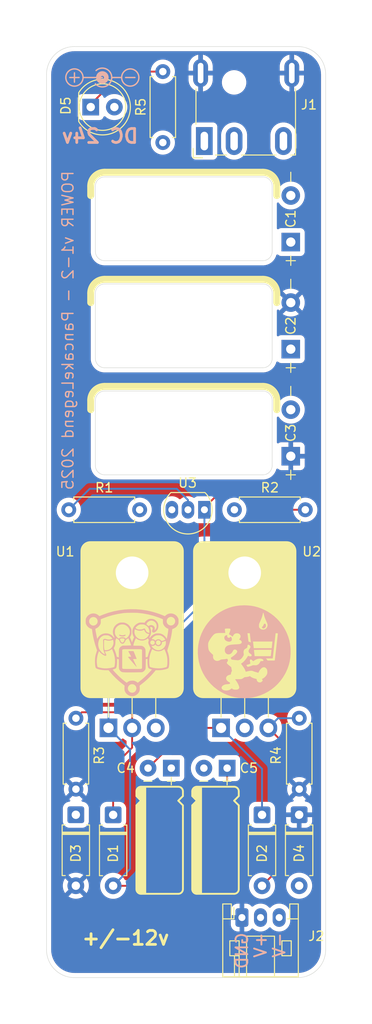
<source format=kicad_pcb>
(kicad_pcb (version 20241229) (generator "pcbnew") (generator_version "9.0")
  (title_block (title "POWER") (date "2025-06-14") (rev "1-1"))
  (layers (0 "F.Cu" signal) (4 "In1.Cu" signal) (6 "In2.Cu" signal) (2 "B.Cu" signal) (13 "F.Paste" user) (15 "B.Paste" user) (5 "F.SilkS" user "F.Silkscreen") (7 "B.SilkS" user "B.Silkscreen") (1 "F.Mask" user) (3 "B.Mask" user) (25 "Edge.Cuts" user))
  (net 0 "")
  (net 1 "VDD")
  (net 2 "VSS")
  (net 3 "GND")
  (net 4 "Net-(D2-A)")
  (net 5 "Net-(D1-K)")
  (net 6 "Net-(D1-A)")
  (net 7 "Net-(D2-K)")
  (net 10 "Net-(D5-K)")
  (footprint "HackSynth:JST_PH_S3B-PH-K_1x03_P2.00mm_Horizontal" (layer "F.Cu") (at 156 143.55)
    (property "Reference" "J2" (at 8 2 0) (layer "F.SilkS"))
    (property "Value" "Conn_01x03_Pin")
    (fp_text user "GND" (at 0 1.5 90) (layer "B.SilkS") (effects (font (size 1.27 1.27) (thickness 0.2)) (justify left mirror)))
    (fp_text user "-V" (at 4 1.5 90) (layer "B.SilkS") (effects (font (size 1.27 1.27) (thickness 0.2)) (justify left mirror)))
    (fp_text user "+V" (at 2 1.5 90) (layer "B.SilkS") (effects (font (size 1.27 1.27) (thickness 0.2)) (justify left mirror)))
    (pad "1" thru_hole roundrect (at 0 0) (size 1.4 2) (drill 0.75) (layers "*.Cu" "*.Mask") (roundrect_rratio 0.208333) (net 3 "GND"))
    (pad "2" thru_hole oval (at 2 0) (size 1.4 2) (drill 0.75) (layers "*.Cu" "*.Mask") (net 1 "VDD"))
    (pad "3" thru_hole oval (at 4 0) (size 1.4 2) (drill 0.75) (layers "*.Cu" "*.Mask") (net 2 "VSS"))
  )
  (footprint "HackSynth:CP_Radial_D10.0mm_P5.00mm_MidMount" (layer "F.Cu") (at 161.25 94 90)
    (property "Reference" "C3" (at 2.5 0 90) (layer "F.SilkS"))
    (property "Value" "25v 1000uF")
    (fp_line (start 6 -21) (end -1 -21) (stroke (width 0.05)) (layer "Edge.Cuts"))
    (fp_line (start -2 -20) (end -2 -3) (stroke (width 0.05)) (layer "Edge.Cuts"))
    (fp_line (start 7 -3) (end 7 -20) (stroke (width 0.05)) (layer "Edge.Cuts"))
    (fp_line (start -1 -2) (end 6 -2) (stroke (width 0.05)) (layer "Edge.Cuts"))
    (fp_arc (start 6 -21) (mid 6.707107 -20.707107) (end 7 -20) (stroke (width 0.05)) (layer "Edge.Cuts"))
    (fp_arc (start -2 -20) (mid -1.707107 -20.707107) (end -1 -21) (stroke (width 0.05)) (layer "Edge.Cuts"))
    (fp_arc (start 7 -3) (mid 6.707107 -2.292893) (end 6 -2) (stroke (width 0.05)) (layer "Edge.Cuts"))
    (fp_arc (start -1 -2) (mid -1.707107 -2.292893) (end -2 -3) (stroke (width 0.05)) (layer "Edge.Cuts"))
    (pad "1" thru_hole rect (at 0 0 90) (size 2 2) (drill 1) (layers "*.Cu" "*.Mask") (net 3 "GND"))
    (pad "2" thru_hole circle (at 5 0 90) (size 2 2) (drill 1) (layers "*.Cu" "*.Mask") (net 2 "VSS"))
  )
  (footprint "HackSynth:LM317 - TO-220-3_Horizontal_TabDown" (layer "F.Cu") (at 144.2 123.18)
    (property "Reference" "U1" (at -7.2 -18.93 0) (layer "F.SilkS"))
    (property "Value" "LM317 TO-220")
    (pad "" np_thru_hole circle (at 0 -16.66) (size 3.5 3.5) (drill 3.5) (layers "*.Cu" "*.Mask"))
    (pad "4" smd custom (at 0 -11.5) (size 1.27 1.27) (layers "F.Cu" "F.Mask" "F.SilkS" "F.Paste") (options (clearance outline) (anchor circle)) (primitives (gr_poly (pts (xy -1.27 -0.4445) (xy -1.255499 -0.517401) (xy -1.214204 -0.579204) (xy -1.152401 -0.620499) (xy -1.0795 -0.635) (xy 1.0795 -0.635) (xy 1.152401 -0.620499) (xy 1.214204 -0.579204) (xy 1.255499 -0.517401) (xy 1.27 -0.4445) (xy 1.27 0.4445) (xy 1.255499 0.517401) (xy 1.214204 0.579204) (xy 1.152401 0.620499) (xy 1.0795 0.635) (xy -1.0795 0.635) (xy -1.152401 0.620499) (xy -1.214204 0.579204) (xy -1.255499 0.517401) (xy -1.27 0.4445)) (width 0) (fill yes)) (gr_poly (pts (xy 4.5 8.25) (xy 5.5 7.25) (xy 5.5 -7.5) (xy 4.5 -8.5) (xy -4.5 -8.5) (xy -5.5 -7.5) (xy -5.5 7.25) (xy -4.5 8.25)) (width 0.1) (fill yes)) (gr_circle (center 4.5 -7.5) (end 5.5 -7.5) (width 0.1) (fill yes)) (gr_circle (center -4.5 -7.5) (end -4.5 -6.5) (width 0.1) (fill yes)) (gr_circle (center -4.5 7.25) (end -4.5 8.25) (width 0.1) (fill yes)) (gr_circle (center 4.5 7.25) (end 5.5 7.25) (width 0.1) (fill yes))))
    (pad "A" thru_hole rect (at -2.54 0) (size 1.905 2) (drill 1.1) (layers "*.Cu" "*.Mask") (net 6 "Net-(D1-A)"))
    (pad "I" thru_hole oval (at 2.54 0) (size 1.905 2) (drill 1.1) (layers "*.Cu" "*.Mask") (net 1 "VDD"))
    (pad "O" thru_hole oval (at 0 0) (size 1.905 2) (drill 1.1) (layers "*.Cu" "*.Mask") (net 5 "Net-(D1-K)"))
  )
  (footprint "HackSynth:CP_Radial_D5.2mm_P2.50mm_LayDown" (layer "F.Cu") (at 147.16 127.5 180)
    (property "Reference" "C4" (at 3.66 0 0) (layer "F.SilkS"))
    (property "Value" "50v 22uF")
    (pad "1" thru_hole rect (at -1.25 0 180) (size 1.8 1.8) (drill 0.8) (layers "*.Cu" "*.Mask") (net 1 "VDD"))
    (pad "2" thru_hole circle (at 1.25 0 180) (size 1.8 1.8) (drill 0.8) (layers "*.Cu" "*.Mask") (net 7 "Net-(D2-K)"))
  )
  (footprint "HackSynth:CP_Radial_D5.2mm_P2.50mm_LayDown" (layer "F.Cu") (at 153.16 127.5 180)
    (property "Reference" "C5" (at -3.59 0 0) (layer "F.SilkS"))
    (property "Value" "50v 22uF")
    (pad "1" thru_hole rect (at -1.25 0 180) (size 1.8 1.8) (drill 0.8) (layers "*.Cu" "*.Mask") (net 6 "Net-(D1-A)"))
    (pad "2" thru_hole circle (at 1.25 0 180) (size 1.8 1.8) (drill 0.8) (layers "*.Cu" "*.Mask") (net 2 "VSS"))
  )
  (footprint "HackSynth:CP_Radial_D10.0mm_P5.00mm_MidMount" (layer "F.Cu") (at 161.25 71 90)
    (property "Reference" "C1" (at 2.5 0 90) (layer "F.SilkS"))
    (property "Value" "50v 450uF")
    (fp_line (start 6 -21) (end -1 -21) (stroke (width 0.05)) (layer "Edge.Cuts"))
    (fp_line (start -2 -20) (end -2 -3) (stroke (width 0.05)) (layer "Edge.Cuts"))
    (fp_line (start 7 -3) (end 7 -20) (stroke (width 0.05)) (layer "Edge.Cuts"))
    (fp_line (start -1 -2) (end 6 -2) (stroke (width 0.05)) (layer "Edge.Cuts"))
    (fp_arc (start 6 -21) (mid 6.707107 -20.707107) (end 7 -20) (stroke (width 0.05)) (layer "Edge.Cuts"))
    (fp_arc (start -2 -20) (mid -1.707107 -20.707107) (end -1 -21) (stroke (width 0.05)) (layer "Edge.Cuts"))
    (fp_arc (start 7 -3) (mid 6.707107 -2.292893) (end 6 -2) (stroke (width 0.05)) (layer "Edge.Cuts"))
    (fp_arc (start -1 -2) (mid -1.707107 -2.292893) (end -2 -3) (stroke (width 0.05)) (layer "Edge.Cuts"))
    (pad "1" thru_hole rect (at 0 0 90) (size 2 2) (drill 1) (layers "*.Cu" "*.Mask") (net 1 "VDD"))
    (pad "2" thru_hole circle (at 5 0 90) (size 2 2) (drill 1) (layers "*.Cu" "*.Mask") (net 2 "VSS"))
  )
  (footprint "Diode_THT:D_A-405_P7.62mm_Horizontal" (layer "F.Cu") (at 158.16 132.52 -90)
    (property "Reference" "D2" (at 4.14 0 90) (layer "F.SilkS"))
    (property "Value" "1N4002")
    (pad "1" thru_hole roundrect (at 0 0 270) (size 1.8 1.8) (drill 0.9) (layers "*.Cu" "*.Mask") (roundrect_rratio 0.138889) (net 7 "Net-(D2-K)"))
    (pad "2" thru_hole circle (at 7.62 0 270) (size 1.8 1.8) (drill 0.9) (layers "*.Cu" "*.Mask") (net 4 "Net-(D2-A)"))
  )
  (footprint "Diode_THT:D_A-405_P7.62mm_Horizontal" (layer "F.Cu") (at 162.15 132.51 -90)
    (property "Reference" "D4" (at 4.14 0 90) (layer "F.SilkS"))
    (property "Value" "1N4002")
    (pad "1" thru_hole roundrect (at 0 0 270) (size 1.8 1.8) (drill 0.9) (layers "*.Cu" "*.Mask") (roundrect_rratio 0.138889) (net 3 "GND"))
    (pad "2" thru_hole circle (at 7.62 0 270) (size 1.8 1.8) (drill 0.9) (layers "*.Cu" "*.Mask") (net 2 "VSS"))
  )
  (footprint "HackSynth:BarrelJack_DC044A" (layer "F.Cu") (at 151.96 60.15 180)
    (property "Reference" "J1" (at -12.2 3.9 0) (layer "F.SilkS") (effects (justify right)))
    (property "Value" "Barrel_Jack_Switch_MountingPin")
    (pad "" np_thru_hole circle (at -3.2 6.3) (size 2.13 2.13) (drill 2.13) (layers "F&B.Cu" "*.Mask"))
    (pad "1" thru_hole oval (at -8.5 0) (size 1.8 3) (drill oval 0.8 2) (layers "*.Cu" "*.Mask") (net 2 "VSS"))
    (pad "2" thru_hole rect (at 0 0) (size 1.8 3) (drill oval 0.8 2) (layers "*.Cu" "*.Mask") (net 1 "VDD"))
    (pad "3" thru_hole oval (at -3.2 0) (size 1.8 3) (drill oval 0.8 2) (layers "*.Cu" "*.Mask"))
    (pad "SH" thru_hole oval (at -9.4 7.3) (size 1.6 3) (drill oval 0.6 2.2) (layers "*.Cu" "*.Mask") (net 3 "GND"))
    (pad "SH" thru_hole oval (at 0.4 7.3) (size 1.6 3) (drill oval 0.6 2.2) (layers "*.Cu" "*.Mask") (net 3 "GND"))
  )
  (footprint "Resistor_THT:R_Axial_DIN0207_L6.3mm_D2.5mm_P7.62mm_Horizontal" (layer "F.Cu") (at 138.16 129.76 90)
    (property "Reference" "R3" (at 3.62 2.5 90) (layer "F.SilkS"))
    (property "Value" "1Ω")
    (pad "1" thru_hole circle (at 0 0 90) (size 1.6 1.6) (drill 0.8) (layers "*.Cu" "*.Mask") (net 3 "GND"))
    (pad "2" thru_hole circle (at 7.62 0 90) (size 1.6 1.6) (drill 0.8) (layers "*.Cu" "*.Mask") (net 5 "Net-(D1-K)"))
  )
  (footprint "HackSynth:CP_Radial_D10.0mm_P5.00mm_MidMount" (layer "F.Cu") (at 161.25 82.5 90)
    (property "Reference" "C2" (at 2.5 0 90) (layer "F.SilkS"))
    (property "Value" "25v 1000uF")
    (fp_line (start 6 -21) (end -1 -21) (stroke (width 0.05)) (layer "Edge.Cuts"))
    (fp_line (start -2 -20) (end -2 -3) (stroke (width 0.05)) (layer "Edge.Cuts"))
    (fp_line (start 7 -3) (end 7 -20) (stroke (width 0.05)) (layer "Edge.Cuts"))
    (fp_line (start -1 -2) (end 6 -2) (stroke (width 0.05)) (layer "Edge.Cuts"))
    (fp_arc (start 6 -21) (mid 6.707107 -20.707107) (end 7 -20) (stroke (width 0.05)) (layer "Edge.Cuts"))
    (fp_arc (start -2 -20) (mid -1.707107 -20.707107) (end -1 -21) (stroke (width 0.05)) (layer "Edge.Cuts"))
    (fp_arc (start 7 -3) (mid 6.707107 -2.292893) (end 6 -2) (stroke (width 0.05)) (layer "Edge.Cuts"))
    (fp_arc (start -1 -2) (mid -1.707107 -2.292893) (end -2 -3) (stroke (width 0.05)) (layer "Edge.Cuts"))
    (pad "1" thru_hole rect (at 0 0 90) (size 2 2) (drill 1) (layers "*.Cu" "*.Mask") (net 1 "VDD"))
    (pad "2" thru_hole circle (at 5 0 90) (size 2 2) (drill 1) (layers "*.Cu" "*.Mask") (net 3 "GND"))
  )
  (footprint "Resistor_THT:R_Axial_DIN0207_L6.3mm_D2.5mm_P7.62mm_Horizontal" (layer "F.Cu") (at 155.19 99.75)
    (property "Reference" "R2" (at 3.81 -2.37 0) (layer "F.SilkS"))
    (property "Value" "5.6k")
    (pad "1" thru_hole circle (at 0 0) (size 1.6 1.6) (drill 0.8) (layers "*.Cu" "*.Mask") (net 2 "VSS"))
    (pad "2" thru_hole circle (at 7.62 0) (size 1.6 1.6) (drill 0.8) (layers "*.Cu" "*.Mask") (net 6 "Net-(D1-A)"))
  )
  (footprint "HackSynth:TO-92_Inline - Handsolder" (layer "F.Cu") (at 151.470001 99.75 180)
    (property "Reference" "U3" (at 1.310001 2.88 180) (layer "F.SilkS"))
    (property "Value" "LM336Z-2.5v")
    (pad "1" thru_hole rect (at -0.5 0 180) (size 1.35 1.9) (drill 0.75) (layers "*.Cu" "*.Mask") (net 6 "Net-(D1-A)"))
    (pad "2" thru_hole oval (at 1.27 0 180) (size 1.35 1.9) (drill 0.75) (layers "*.Cu" "*.Mask") (net 7 "Net-(D2-K)"))
    (pad "3" thru_hole oval (at 3 0 180) (size 1.35 1.9) (drill 0.75) (layers "*.Cu" "*.Mask"))
  )
  (footprint "Resistor_THT:R_Axial_DIN0207_L6.3mm_D2.5mm_P7.62mm_Horizontal" (layer "F.Cu") (at 137.39 99.75)
    (property "Reference" "R1" (at 3.81 -2.37 0) (layer "F.SilkS"))
    (property "Value" "5.6k")
    (pad "1" thru_hole circle (at 0 0) (size 1.6 1.6) (drill 0.8) (layers "*.Cu" "*.Mask") (net 7 "Net-(D2-K)"))
    (pad "2" thru_hole circle (at 7.62 0) (size 1.6 1.6) (drill 0.8) (layers "*.Cu" "*.Mask") (net 1 "VDD"))
  )
  (footprint "Resistor_THT:R_Axial_DIN0207_L6.3mm_D2.5mm_P7.62mm_Horizontal" (layer "F.Cu") (at 162.16 122.14 -90)
    (property "Reference" "R4" (at 4 2.5 90) (layer "F.SilkS"))
    (property "Value" "1Ω")
    (pad "1" thru_hole circle (at 0 0 270) (size 1.6 1.6) (drill 0.8) (layers "*.Cu" "*.Mask") (net 4 "Net-(D2-A)"))
    (pad "2" thru_hole circle (at 7.62 0 270) (size 1.6 1.6) (drill 0.8) (layers "*.Cu" "*.Mask") (net 3 "GND"))
  )
  (footprint "HackSynth:LM337 - TO-220-3_Horizontal_TabDown" (layer "F.Cu") (at 156.300002 123.18)
    (property "Reference" "U2" (at 7.199998 -18.93 0) (layer "F.SilkS"))
    (property "Value" "LM337 TO-220")
    (pad "" np_thru_hole circle (at 0 -16.66) (size 3.5 3.5) (drill 3.5) (layers "*.Cu" "*.Mask"))
    (pad "4" smd custom (at 0 -11.5) (size 1.27 1.27) (layers "F.Cu" "F.Mask" "F.SilkS" "F.Paste") (options (clearance outline) (anchor circle)) (primitives (gr_poly (pts (xy -1.27 -0.4445) (xy -1.255499 -0.517401) (xy -1.214204 -0.579204) (xy -1.152401 -0.620499) (xy -1.0795 -0.635) (xy 1.0795 -0.635) (xy 1.152401 -0.620499) (xy 1.214204 -0.579204) (xy 1.255499 -0.517401) (xy 1.27 -0.4445) (xy 1.27 0.4445) (xy 1.255499 0.517401) (xy 1.214204 0.579204) (xy 1.152401 0.620499) (xy 1.0795 0.635) (xy -1.0795 0.635) (xy -1.152401 0.620499) (xy -1.214204 0.579204) (xy -1.255499 0.517401) (xy -1.27 0.4445)) (width 0) (fill yes)) (gr_poly (pts (xy 4.5 8.25) (xy 5.5 7.25) (xy 5.5 -7.5) (xy 4.5 -8.5) (xy -4.5 -8.5) (xy -5.5 -7.5) (xy -5.5 7.25) (xy -4.5 8.25)) (width 0.1) (fill yes)) (gr_circle (center 4.5 -7.5) (end 5.5 -7.5) (width 0.1) (fill yes)) (gr_circle (center -4.5 -7.5) (end -4.5 -6.5) (width 0.1) (fill yes)) (gr_circle (center -4.5 7.25) (end -4.5 8.25) (width 0.1) (fill yes)) (gr_circle (center 4.5 7.25) (end 5.5 7.25) (width 0.1) (fill yes))))
    (pad "A" thru_hole rect (at -2.54 0) (size 1.905 2) (drill 1.1) (layers "*.Cu" "*.Mask") (net 7 "Net-(D2-K)"))
    (pad "I" thru_hole oval (at 0 0) (size 1.905 2) (drill 1.1) (layers "*.Cu" "*.Mask") (net 2 "VSS"))
    (pad "O" thru_hole oval (at 2.54 0) (size 1.905 2) (drill 1.1) (layers "*.Cu" "*.Mask") (net 4 "Net-(D2-A)"))
  )
  (footprint "Resistor_THT:R_Axial_DIN0207_L6.3mm_D2.5mm_P7.62mm_Horizontal" (layer "F.Cu") (at 147.5 60.31 90)
    (property "Reference" "R5" (at 3.81 -2.37 90) (layer "F.SilkS"))
    (property "Value" "1.1k")
    (pad "1" thru_hole circle (at 0 0 90) (size 1.6 1.6) (drill 0.8) (layers "*.Cu" "*.Mask") (net 2 "VSS"))
    (pad "2" thru_hole circle (at 7.62 0 90) (size 1.6 1.6) (drill 0.8) (layers "*.Cu" "*.Mask") (net 10 "Net-(D5-K)"))
  )
  (footprint "HackSynth:LED_D5.0mm" (layer "F.Cu") (at 139.75 56.5)
    (property "Reference" "D5" (at -2.676186 -0.143653 90) (layer "F.SilkS"))
    (property "Value" "LED")
    (pad "1" thru_hole rect (at 0 0) (size 1.8 1.8) (drill 0.9) (layers "*.Cu" "*.Mask") (net 10 "Net-(D5-K)"))
    (pad "2" thru_hole circle (at 2.54 0) (size 1.8 1.8) (drill 0.9) (layers "*.Cu" "*.Mask") (net 1 "VDD"))
  )
  (footprint "Diode_THT:D_A-405_P7.62mm_Horizontal" (layer "F.Cu") (at 138.15 132.51 -90)
    (property "Reference" "D3" (at 4.14 0 90) (layer "F.SilkS"))
    (property "Value" "1N4002")
    (pad "1" thru_hole roundrect (at 0 0 270) (size 1.8 1.8) (drill 0.9) (layers "*.Cu" "*.Mask") (roundrect_rratio 0.138889) (net 1 "VDD"))
    (pad "2" thru_hole circle (at 7.62 0 270) (size 1.8 1.8) (drill 0.9) (layers "*.Cu" "*.Mask") (net 3 "GND"))
  )
  (footprint "HackSynth:Module 30x100mm" (layer "F.Cu") (at 150 100)
    (property "Reference" "REF**" (hide yes))
    (property "Value" "Untitled" (hide yes))
    (fp_line (start -14.999999 -47) (end -15 47) (stroke (width 0.05)) (layer "Edge.Cuts"))
    (fp_line (start -12 49.999999) (end 12 50) (stroke (width 0.05)) (layer "Edge.Cuts"))
    (fp_line (start 12 -50) (end -12 -50) (stroke (width 0.05)) (layer "Edge.Cuts"))
    (fp_line (start 15 47) (end 15 -47) (stroke (width 0.05)) (layer "Edge.Cuts"))
    (fp_arc (start -15 -47) (mid -14.12132 -49.12132) (end -12 -50) (stroke (width 0.05)) (layer "Edge.Cuts"))
    (fp_arc (start -12 50) (mid -14.12132 49.12132) (end -15 47) (stroke (width 0.05)) (layer "Edge.Cuts"))
    (fp_arc (start 12 -50) (mid 14.12132 -49.12132) (end 15 -47) (stroke (width 0.05)) (layer "Edge.Cuts"))
    (fp_arc (start 15 47) (mid 14.12132 49.12132) (end 12 50) (stroke (width 0.05)) (layer "Edge.Cuts"))
  )
  (footprint "Diode_THT:D_A-405_P7.62mm_Horizontal" (layer "F.Cu") (at 142.16 132.52 -90)
    (property "Reference" "D1" (at 4.14 0 90) (layer "F.SilkS"))
    (property "Value" "1N4002")
    (pad "1" thru_hole roundrect (at 0 0 270) (size 1.8 1.8) (drill 0.9) (layers "*.Cu" "*.Mask") (roundrect_rratio 0.138889) (net 5 "Net-(D1-K)"))
    (pad "2" thru_hole circle (at 7.62 0 270) (size 1.8 1.8) (drill 0.9) (layers "*.Cu" "*.Mask") (net 6 "Net-(D1-A)"))
  )
  (footprint "HackSynth:PancakeLegend Logo - 10mm" (layer "B.Cu") (at 156.25 115 180)
    (property "Reference" "Ref**" (hide yes))
    (property "Value" "Val**" (hide yes))
  )
  (footprint "HackSynth:CCHS Logo - 10mm" (layer "B.Cu") (at 144.2 115.1 180)
    (property "Reference" "Ref**" (hide yes))
    (property "Value" "Val**" (hide yes))
  )
  (footprint "Symbol:Symbol_Barrel_Polarity" (layer "B.Cu") (at 141 53.25 180)
    (property "Reference" "REF**" (hide yes))
    (property "Value" "Symbol_Barrel_Polarity")
  )
  (gr_line (start 144.5 53.325) (end 143.5 53.325) (stroke (width 0.15)) (layer "B.SilkS"))
  (gr_line (start 138.5 53.325) (end 137.5 53.325) (stroke (width 0.15)) (layer "B.SilkS"))
  (gr_line (start 138 52.824999) (end 138 53.825) (stroke (width 0.15)) (layer "B.SilkS"))
  (gr_text "+/-12v" (at 143.5 146.62868 0) (layer "F.SilkS") (effects (font (size 1.5 1.5) (thickness 0.3) (bold yes)) (justify bottom)))
  (gr_text "POWER v1-2 - PancakeLegend 2025" (at 138 63.25 90) (layer "B.SilkS") (effects (font (size 1.2 1.2)) (justify left bottom mirror)))
  (gr_text "DC 24v" (at 140.75 60.5 0) (layer "B.SilkS") (effects (font (size 1.5 1.5) (thickness 0.3) (bold yes)) (justify bottom mirror)))
  (segment (start 160 124.339998) (end 158.840002 123.18) (width 0.2) (layer "F.Cu") (net 4))
  (segment (start 158.16 140.14) (end 160 138.3) (width 0.2) (layer "F.Cu") (net 4))
  (segment (start 160 138.3) (end 160 124.339998) (width 0.2) (layer "F.Cu") (net 4))
  (segment (start 162.16 122.14) (end 159.880002 122.14) (width 0.2) (layer "B.Cu") (net 4))
  (segment (start 159.880002 122.14) (end 158.840002 123.18) (width 0.2) (layer "B.Cu") (net 4))
  (segment (start 144.2 121.7) (end 144 121.5) (width 0.2) (layer "F.Cu") (net 5))
  (segment (start 142.16 127.34) (end 142.16 132.52) (width 0.2) (layer "F.Cu") (net 5))
  (segment (start 144 121.5) (end 138.8 121.5) (width 0.2) (layer "F.Cu") (net 5))
  (segment (start 144.2 123.18) (end 144.2 121.7) (width 0.2) (layer "F.Cu") (net 5))
  (segment (start 144.2 123.18) (end 144.2 125.3) (width 0.2) (layer "F.Cu") (net 5))
  (segment (start 144.2 125.3) (end 142.16 127.34) (width 0.2) (layer "F.Cu") (net 5))
  (segment (start 138.8 121.5) (end 138.16 122.14) (width 0.2) (layer "F.Cu") (net 5))
  (segment (start 159.25 99.75) (end 157 97.5) (width 0.2) (layer "F.Cu") (net 6))
  (segment (start 154.41 131.09) (end 145.36 140.14) (width 0.2) (layer "F.Cu") (net 6))
  (segment (start 162.81 99.75) (end 159.25 99.75) (width 0.2) (layer "F.Cu") (net 6))
  (segment (start 151.970001 99.75) (end 151.970001 100.470001) (width 0.2) (layer "F.Cu") (net 6))
  (segment (start 154.41 127.5) (end 154.41 131.09) (width 0.2) (layer "F.Cu") (net 6))
  (segment (start 157 97.5) (end 154 97.5) (width 0.2) (layer "F.Cu") (net 6))
  (segment (start 154 97.5) (end 151.970001 99.529999) (width 0.2) (layer "F.Cu") (net 6))
  (segment (start 145.36 140.14) (end 142.16 140.14) (width 0.2) (layer "F.Cu") (net 6))
  (segment (start 151.970001 99.529999) (end 151.970001 99.75) (width 0.2) (layer "F.Cu") (net 6))
  (segment (start 151.970001 99.75) (end 151.970001 109.529999) (width 0.2) (layer "B.Cu") (net 6))
  (segment (start 141.66 119.84) (end 141.66 123.18) (width 0.2) (layer "B.Cu") (net 6))
  (segment (start 151.970001 109.529999) (end 141.66 119.84) (width 0.2) (layer "B.Cu") (net 6))
  (segment (start 141.66 123.18) (end 143.98 125.5) (width 0.2) (layer "B.Cu") (net 6))
  (segment (start 142.16 140.14) (end 143.98 138.32) (width 0.2) (layer "B.Cu") (net 6))
  (segment (start 143.98 138.32) (end 143.98 125.5) (width 0.2) (layer "B.Cu") (net 6))
  (segment (start 153.760002 123.18) (end 150.23 123.18) (width 0.2) (layer "F.Cu") (net 7))
  (segment (start 150.23 123.18) (end 145.91 127.5) (width 0.2) (layer "F.Cu") (net 7))
  (segment (start 150.200001 98.700001) (end 150.200001 99.75) (width 0.2) (layer "B.Cu") (net 7))
  (segment (start 149 97.5) (end 150.200001 98.700001) (width 0.2) (layer "B.Cu") (net 7))
  (segment (start 139.64 97.5) (end 149 97.5) (width 0.2) (layer "B.Cu") (net 7))
  (segment (start 158.16 127.579998) (end 153.760002 123.18) (width 0.2) (layer "B.Cu") (net 7))
  (segment (start 158.16 132.52) (end 158.16 127.579998) (width 0.2) (layer "B.Cu") (net 7))
  (segment (start 137.39 99.75) (end 139.64 97.5) (width 0.2) (layer "B.Cu") (net 7))
  (segment (start 139.46 56.5) (end 143.27 52.69) (width 0.2) (layer "F.Cu") (net 10))
  (segment (start 143.27 52.69) (end 147.5 52.69) (width 0.2) (layer "F.Cu") (net 10))
  (zone (net 3) (net_name "GND") (layer "F.Cu") (connect_pads (clearance 0.5)) (min_thickness 0.25) (fill yes (thermal_gap 0.5) (thermal_bridge_width 0.5) (island_removal_mode 1) (island_area_min 10))
    (polygon (pts (xy 130 45) (xy 167 45) (xy 167 152) (xy 130 152)))
  )
  (zone (net 3) (net_name "GND") (layer "B.Cu") (priority 1) (connect_pads (clearance 0.5)) (min_thickness 0.25) (fill yes (thermal_gap 0.5) (thermal_bridge_width 0.5) (island_removal_mode 1) (island_area_min 10))
    (polygon (pts (xy 131 46) (xy 168 46) (xy 168 153) (xy 131 153)))
  )
)
</source>
